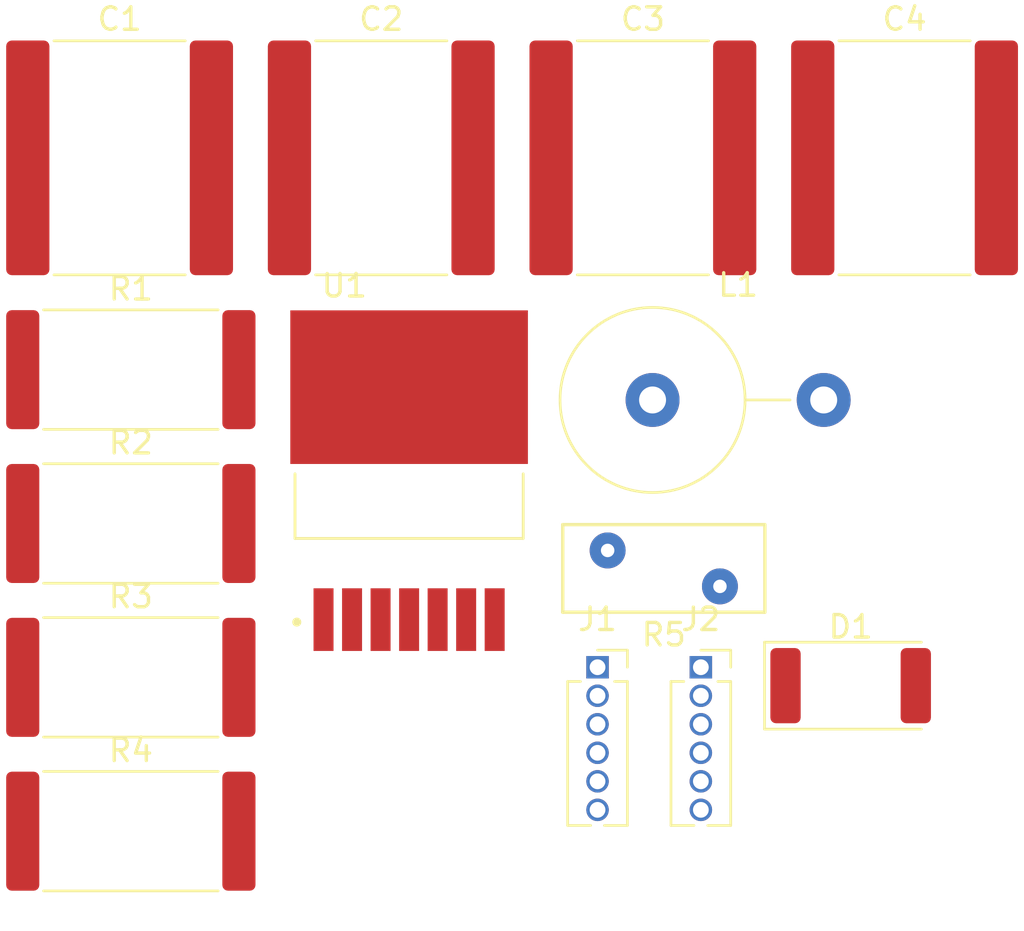
<source format=kicad_pcb>
(kicad_pcb (version 20221018) (generator pcbnew)
  (layers (0 "F.Cu" signal) (31 "B.Cu" signal) (34 "B.Paste" user) (35 "F.Paste" user) (36 "B.SilkS" user "B.Silkscreen") (37 "F.SilkS" user "F.Silkscreen") (38 "B.Mask" user) (39 "F.Mask" user) (44 "Edge.Cuts" user))
  (net 0 "")
  (net 1 "Net-(U1-VIN)")
  (net 2 "Net-(D1-K)")
  (net 3 "Net-(J1-Pin_2)")
  (net 4 "Net-(C4-Pad1)")
  (net 5 "Net-(D1-A)")
  (net 6 "Net-(J1-Pin_3)")
  (net 7 "Net-(J1-Pin_4)")
  (net 8 "Net-(J1-Pin_5)")
  (net 9 "Net-(J1-Pin_6)")
  (net 10 "Net-(J2-Pin_5)")
  (net 11 "Net-(U1-SWITCH)")
  (net 12 "Net-(U1-COMP)")
  (net 13 "Net-(R3-Pad2)")
  (net 14 "Net-(U1-FB)")
  (footprint "Inductor_THT:L_Axial_L20.0mm_D8.0mm_P7.62mm_Vertical" (layer "F.Cu") (at 170.1125 74.28)
    (fp_text reference "L1" (at 3.81 -5.12) (layer "F.SilkS"))
    (fp_text value "L")
    (fp_line (start 4.12 0) (end 6.12 0) (stroke (width 0.12)) (layer "F.SilkS"))
    (fp_circle (center 0 0) (end 4.12 0) (stroke (width 0.12)) (fill none) (layer "F.SilkS"))
    (pad "1" thru_hole circle (at 0 0) (size 2.4 2.4) (drill 1.2) (layers "*.Cu" "*.Mask") (net 1 "Net-(U1-VIN)"))
    (pad "2" thru_hole oval (at 7.62 0) (size 2.4 2.4) (drill 1.2) (layers "*.Cu" "*.Mask") (net 11 "Net-(U1-SWITCH)"))
  )
  (footprint "Connector_PinSocket_1.27mm:PinSocket_1x06_P1.27mm_Vertical" (layer "F.Cu") (at 172.2625 86.18)
    (fp_text reference "J2" (at 0 -2.135) (layer "F.SilkS"))
    (fp_text value "Conn_01x06_Pin")
    (fp_line (start -1.33 0.635) (end -1.33 7.045) (stroke (width 0.12)) (layer "F.SilkS"))
    (fp_line (start -1.33 0.635) (end -0.76 0.635) (stroke (width 0.12)) (layer "F.SilkS"))
    (fp_line (start -1.33 7.045) (end -0.30753 7.045) (stroke (width 0.12)) (layer "F.SilkS"))
    (fp_line (start 0 -0.76) (end 1.33 -0.76) (stroke (width 0.12)) (layer "F.SilkS"))
    (fp_line (start 0.30753 7.045) (end 1.33 7.045) (stroke (width 0.12)) (layer "F.SilkS"))
    (fp_line (start 0.76 0.635) (end 1.33 0.635) (stroke (width 0.12)) (layer "F.SilkS"))
    (fp_line (start 1.33 -0.76) (end 1.33 0) (stroke (width 0.12)) (layer "F.SilkS"))
    (fp_line (start 1.33 0.635) (end 1.33 7.045) (stroke (width 0.12)) (layer "F.SilkS"))
    (pad "1" thru_hole rect (at 0 0) (size 1 1) (drill 0.7) (layers "*.Cu" "*.Mask") (net 9 "Net-(J1-Pin_6)"))
    (pad "2" thru_hole oval (at 0 1.27) (size 1 1) (drill 0.7) (layers "*.Cu" "*.Mask") (net 8 "Net-(J1-Pin_5)"))
    (pad "3" thru_hole oval (at 0 2.54) (size 1 1) (drill 0.7) (layers "*.Cu" "*.Mask") (net 7 "Net-(J1-Pin_4)"))
    (pad "4" thru_hole oval (at 0 3.81) (size 1 1) (drill 0.7) (layers "*.Cu" "*.Mask") (net 6 "Net-(J1-Pin_3)"))
    (pad "5" thru_hole oval (at 0 5.08) (size 1 1) (drill 0.7) (layers "*.Cu" "*.Mask") (net 10 "Net-(J2-Pin_5)"))
    (pad "6" thru_hole oval (at 0 6.35) (size 1 1) (drill 0.7) (layers "*.Cu" "*.Mask") (net 2 "Net-(D1-K)"))
  )
  (footprint "Capacitor_SMD:C_3640_9110Metric" (layer "F.Cu") (at 169.6825 63.5)
    (fp_text reference "C3" (at 0 -6.18) (layer "F.SilkS"))
    (fp_text value "1000uF")
    (fp_line (start -2.922369 -5.21) (end 2.922369 -5.21) (stroke (width 0.12)) (layer "F.SilkS"))
    (fp_line (start -2.922369 5.21) (end 2.922369 5.21) (stroke (width 0.12)) (layer "F.SilkS"))
    (pad "1" smd roundrect (at -4.0875 0) (size 1.925 10.45) (layers "F.Cu" "F.Paste" "F.Mask") (roundrect_rratio 0.12987) (net 3 "Net-(J1-Pin_2)"))
    (pad "2" smd roundrect (at 4.0875 0) (size 1.925 10.45) (layers "F.Cu" "F.Paste" "F.Mask") (roundrect_rratio 0.12987) (net 2 "Net-(D1-K)"))
  )
  (footprint "LED_SMD:LED_2512_6332Metric" (layer "F.Cu") (at 178.9325 87)
    (fp_text reference "D1" (at 0 -2.62) (layer "F.SilkS"))
    (fp_text value "LED")
    (fp_line (start -3.835 -1.935) (end -3.835 1.935) (stroke (width 0.12)) (layer "F.SilkS"))
    (fp_line (start -3.835 1.935) (end 3.15 1.935) (stroke (width 0.12)) (layer "F.SilkS"))
    (fp_line (start 3.15 -1.935) (end -3.835 -1.935) (stroke (width 0.12)) (layer "F.SilkS"))
    (pad "1" smd roundrect (at -2.9 0) (size 1.35 3.35) (layers "F.Cu" "F.Paste" "F.Mask") (roundrect_rratio 0.185185) (net 2 "Net-(D1-K)"))
    (pad "2" smd roundrect (at 2.9 0) (size 1.35 3.35) (layers "F.Cu" "F.Paste" "F.Mask") (roundrect_rratio 0.185185) (net 5 "Net-(D1-A)"))
  )
  (footprint "Resistor_SMD:R_4020_10251Metric" (layer "F.Cu") (at 146.8825 86.63)
    (fp_text reference "R3" (at 0 -3.6) (layer "F.SilkS"))
    (fp_text value "R")
    (fp_line (start -3.886252 -2.66) (end 3.886252 -2.66) (stroke (width 0.12)) (layer "F.SilkS"))
    (fp_line (start -3.886252 2.66) (end 3.886252 2.66) (stroke (width 0.12)) (layer "F.SilkS"))
    (pad "1" smd roundrect (at -4.8125 0) (size 1.475 5.3) (layers "F.Cu" "F.Paste" "F.Mask") (roundrect_rratio 0.169492) (net 3 "Net-(J1-Pin_2)"))
    (pad "2" smd roundrect (at 4.8125 0) (size 1.475 5.3) (layers "F.Cu" "F.Paste" "F.Mask") (roundrect_rratio 0.169492) (net 13 "Net-(R3-Pad2)"))
  )
  (footprint "Varistor:RV_Disc_D9mm_W3.9mm_P5mm" (layer "F.Cu") (at 168.1125 80.98)
    (fp_text reference "R5" (at 2.5 3.75) (layer "F.SilkS"))
    (fp_text value "R_Variable")
    (fp_line (start -2 -1.15) (end -2 2.75) (stroke (width 0.15)) (layer "F.SilkS"))
    (fp_line (start -2 -1.15) (end 7 -1.15) (stroke (width 0.15)) (layer "F.SilkS"))
    (fp_line (start -2 2.75) (end 7 2.75) (stroke (width 0.15)) (layer "F.SilkS"))
    (fp_line (start 7 -1.15) (end 7 2.75) (stroke (width 0.15)) (layer "F.SilkS"))
    (pad "1" thru_hole circle (at 0 0) (size 1.6 1.6) (drill 0.6) (layers "*.Cu" "*.Mask") (net 13 "Net-(R3-Pad2)"))
    (pad "2" thru_hole circle (at 5 1.6) (size 1.6 1.6) (drill 0.6) (layers "*.Cu" "*.Mask") (net 14 "Net-(U1-FB)"))
  )
  (footprint "Resistor_SMD:R_4020_10251Metric" (layer "F.Cu") (at 146.8825 93.48)
    (fp_text reference "R4" (at 0 -3.6) (layer "F.SilkS"))
    (fp_text value "R")
    (fp_line (start -3.886252 -2.66) (end 3.886252 -2.66) (stroke (width 0.12)) (layer "F.SilkS"))
    (fp_line (start -3.886252 2.66) (end 3.886252 2.66) (stroke (width 0.12)) (layer "F.SilkS"))
    (pad "1" smd roundrect (at -4.8125 0) (size 1.475 5.3) (layers "F.Cu" "F.Paste" "F.Mask") (roundrect_rratio 0.169492) (net 14 "Net-(U1-FB)"))
    (pad "2" smd roundrect (at 4.8125 0) (size 1.475 5.3) (layers "F.Cu" "F.Paste" "F.Mask") (roundrect_rratio 0.169492) (net 2 "Net-(D1-K)"))
  )
  (footprint "Capacitor_SMD:C_3640_9110Metric" (layer "F.Cu") (at 181.3325 63.5)
    (fp_text reference "C4" (at 0 -6.18) (layer "F.SilkS"))
    (fp_text value "0.68uF")
    (fp_line (start -2.922369 -5.21) (end 2.922369 -5.21) (stroke (width 0.12)) (layer "F.SilkS"))
    (fp_line (start -2.922369 5.21) (end 2.922369 5.21) (stroke (width 0.12)) (layer "F.SilkS"))
    (pad "1" smd roundrect (at -4.0875 0) (size 1.925 10.45) (layers "F.Cu" "F.Paste" "F.Mask") (roundrect_rratio 0.12987) (net 4 "Net-(C4-Pad1)"))
    (pad "2" smd roundrect (at 4.0875 0) (size 1.925 10.45) (layers "F.Cu" "F.Paste" "F.Mask") (roundrect_rratio 0.12987) (net 2 "Net-(D1-K)"))
  )
  (footprint "Capacitor_SMD:C_3640_9110Metric" (layer "F.Cu") (at 158.0325 63.5)
    (fp_text reference "C2" (at 0 -6.18) (layer "F.SilkS"))
    (fp_text value "0.1uF")
    (fp_line (start -2.922369 -5.21) (end 2.922369 -5.21) (stroke (width 0.12)) (layer "F.SilkS"))
    (fp_line (start -2.922369 5.21) (end 2.922369 5.21) (stroke (width 0.12)) (layer "F.SilkS"))
    (pad "1" smd roundrect (at -4.0875 0) (size 1.925 10.45) (layers "F.Cu" "F.Paste" "F.Mask") (roundrect_rratio 0.12987) (net 1 "Net-(U1-VIN)"))
    (pad "2" smd roundrect (at 4.0875 0) (size 1.925 10.45) (layers "F.Cu" "F.Paste" "F.Mask") (roundrect_rratio 0.12987) (net 2 "Net-(D1-K)"))
  )
  (footprint "LM2588S-ADJ:TO127P1435X464-8N" (layer "F.Cu") (at 159.2725 77.87)
    (fp_text reference "U1" (at -2.885 -8.675) (layer "F.SilkS"))
    (fp_text value "LM2588S-ADJ")
    (fp_line (start -5.08 -0.3) (end -5.08 2.575) (stroke (width 0.127)) (layer "F.SilkS"))
    (fp_line (start -5.08 2.575) (end 5.08 2.575) (stroke (width 0.127)) (layer "F.SilkS"))
    (fp_line (start 5.08 2.575) (end 5.08 -0.3) (stroke (width 0.127)) (layer "F.SilkS"))
    (fp_circle (center -5 6.3) (end -4.9 6.3) (stroke (width 0.2)) (fill none) (layer "F.SilkS"))
    (pad "1" smd rect (at -3.81 6.19) (size 0.89 2.79) (layers "F.Cu" "F.Paste" "F.Mask"))
    (pad "2" smd rect (at -2.54 6.19) (size 0.89 2.79) (layers "F.Cu" "F.Paste" "F.Mask") (net 12 "Net-(U1-COMP)"))
    (pad "3" smd rect (at -1.27 6.19) (size 0.89 2.79) (layers "F.Cu" "F.Paste" "F.Mask") (net 14 "Net-(U1-FB)"))
    (pad "4" smd rect (at 0 6.19) (size 0.89 2.79) (layers "F.Cu" "F.Paste" "F.Mask") (net 2 "Net-(D1-K)"))
    (pad "5" smd rect (at 1.27 6.19) (size 0.89 2.79) (layers "F.Cu" "F.Paste" "F.Mask") (net 11 "Net-(U1-SWITCH)"))
    (pad "6" smd rect (at 2.54 6.19) (size 0.89 2.79) (layers "F.Cu" "F.Paste" "F.Mask"))
    (pad "7" smd rect (at 3.81 6.19) (size 0.89 2.79) (layers "F.Cu" "F.Paste" "F.Mask") (net 1 "Net-(U1-VIN)"))
    (pad "8" smd rect (at 0 -4.16) (size 10.58 6.84) (layers "F.Cu" "F.Mask") (net 2 "Net-(D1-K)"))
  )
  (footprint "Connector_PinSocket_1.27mm:PinSocket_1x06_P1.27mm_Vertical" (layer "F.Cu") (at 167.6625 86.18)
    (fp_text reference "J1" (at 0 -2.135) (layer "F.SilkS"))
    (fp_text value "Conn_01x06_Pin")
    (fp_line (start -1.33 0.635) (end -1.33 7.045) (stroke (width 0.12)) (layer "F.SilkS"))
    (fp_line (start -1.33 0.635) (end -0.76 0.635) (stroke (width 0.12)) (layer "F.SilkS"))
    (fp_line (start -1.33 7.045) (end -0.30753 7.045) (stroke (width 0.12)) (layer "F.SilkS"))
    (fp_line (start 0 -0.76) (end 1.33 -0.76) (stroke (width 0.12)) (layer "F.SilkS"))
    (fp_line (start 0.30753 7.045) (end 1.33 7.045) (stroke (width 0.12)) (layer "F.SilkS"))
    (fp_line (start 0.76 0.635) (end 1.33 0.635) (stroke (width 0.12)) (layer "F.SilkS"))
    (fp_line (start 1.33 -0.76) (end 1.33 0) (stroke (width 0.12)) (layer "F.SilkS"))
    (fp_line (start 1.33 0.635) (end 1.33 7.045) (stroke (width 0.12)) (layer "F.SilkS"))
    (pad "1" thru_hole rect (at 0 0) (size 1 1) (drill 0.7) (layers "*.Cu" "*.Mask") (net 2 "Net-(D1-K)"))
    (pad "2" thru_hole oval (at 0 1.27) (size 1 1) (drill 0.7) (layers "*.Cu" "*.Mask") (net 3 "Net-(J1-Pin_2)"))
    (pad "3" thru_hole oval (at 0 2.54) (size 1 1) (drill 0.7) (layers "*.Cu" "*.Mask") (net 6 "Net-(J1-Pin_3)"))
    (pad "4" thru_hole oval (at 0 3.81) (size 1 1) (drill 0.7) (layers "*.Cu" "*.Mask") (net 7 "Net-(J1-Pin_4)"))
    (pad "5" thru_hole oval (at 0 5.08) (size 1 1) (drill 0.7) (layers "*.Cu" "*.Mask") (net 8 "Net-(J1-Pin_5)"))
    (pad "6" thru_hole oval (at 0 6.35) (size 1 1) (drill 0.7) (layers "*.Cu" "*.Mask") (net 9 "Net-(J1-Pin_6)"))
  )
  (footprint "Capacitor_SMD:C_3640_9110Metric" (layer "F.Cu") (at 146.3825 63.5)
    (fp_text reference "C1" (at 0 -6.18) (layer "F.SilkS"))
    (fp_text value "100uF")
    (fp_line (start -2.922369 -5.21) (end 2.922369 -5.21) (stroke (width 0.12)) (layer "F.SilkS"))
    (fp_line (start -2.922369 5.21) (end 2.922369 5.21) (stroke (width 0.12)) (layer "F.SilkS"))
    (pad "1" smd roundrect (at -4.0875 0) (size 1.925 10.45) (layers "F.Cu" "F.Paste" "F.Mask") (roundrect_rratio 0.12987) (net 1 "Net-(U1-VIN)"))
    (pad "2" smd roundrect (at 4.0875 0) (size 1.925 10.45) (layers "F.Cu" "F.Paste" "F.Mask") (roundrect_rratio 0.12987) (net 2 "Net-(D1-K)"))
  )
  (footprint "Resistor_SMD:R_4020_10251Metric" (layer "F.Cu") (at 146.8825 79.78)
    (fp_text reference "R2" (at 0 -3.6) (layer "F.SilkS"))
    (fp_text value "1K")
    (fp_line (start -3.886252 -2.66) (end 3.886252 -2.66) (stroke (width 0.12)) (layer "F.SilkS"))
    (fp_line (start -3.886252 2.66) (end 3.886252 2.66) (stroke (width 0.12)) (layer "F.SilkS"))
    (pad "1" smd roundrect (at -4.8125 0) (size 1.475 5.3) (layers "F.Cu" "F.Paste" "F.Mask") (roundrect_rratio 0.169492) (net 1 "Net-(U1-VIN)"))
    (pad "2" smd roundrect (at 4.8125 0) (size 1.475 5.3) (layers "F.Cu" "F.Paste" "F.Mask") (roundrect_rratio 0.169492) (net 5 "Net-(D1-A)"))
  )
  (footprint "Resistor_SMD:R_4020_10251Metric" (layer "F.Cu") (at 146.8825 72.93)
    (fp_text reference "R1" (at 0 -3.6) (layer "F.SilkS"))
    (fp_text value "3K")
    (fp_line (start -3.886252 -2.66) (end 3.886252 -2.66) (stroke (width 0.12)) (layer "F.SilkS"))
    (fp_line (start -3.886252 2.66) (end 3.886252 2.66) (stroke (width 0.12)) (layer "F.SilkS"))
    (pad "1" smd roundrect (at -4.8125 0) (size 1.475 5.3) (layers "F.Cu" "F.Paste" "F.Mask") (roundrect_rratio 0.169492) (net 12 "Net-(U1-COMP)"))
    (pad "2" smd roundrect (at 4.8125 0) (size 1.475 5.3) (layers "F.Cu" "F.Paste" "F.Mask") (roundrect_rratio 0.169492) (net 4 "Net-(C4-Pad1)"))
  )
)
</source>
